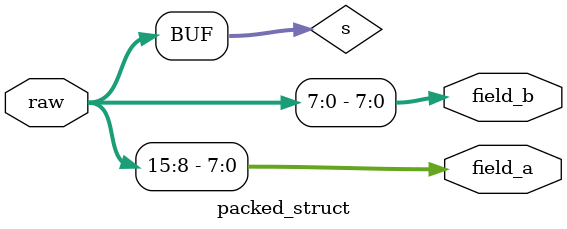
<source format=sv>
module packed_struct (
    input  logic [15:0] raw,
    output logic [7:0]  field_a,
    output logic [7:0]  field_b
);
    typedef struct packed {
        logic [7:0] a;
        logic [7:0] b;
    } my_struct_t;

    my_struct_t s;
    assign s = raw;
    assign field_a = s.a;
    assign field_b = s.b;
endmodule

</source>
